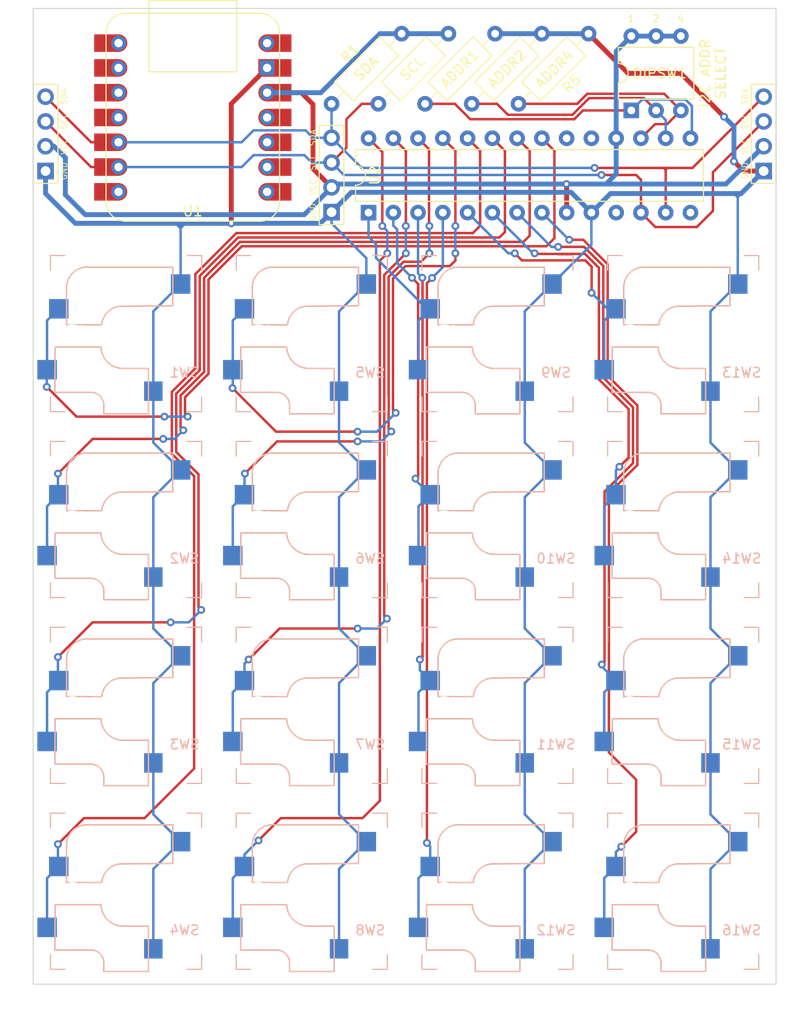
<source format=kicad_pcb>
(kicad_pcb (version 20211014) (generator pcbnew)
  (layers (0 "F.Cu" signal) (31 "B.Cu" signal) (34 "B.Paste" user) (35 "F.Paste" user) (36 "B.SilkS" user "B.Silkscreen") (37 "F.SilkS" user "F.Silkscreen") (38 "B.Mask" user) (39 "F.Mask" user) (44 "Edge.Cuts" user))
  (net 0 "")
  (net 1 "Net-(DIPSW1-Pad1)")
  (net 2 "Net-(DIPSW1-Pad2)")
  (net 3 "Net-(DIPSW1-Pad3)")
  (net 4 "+3V3")
  (net 5 "GND")
  (net 6 "SCL")
  (net 7 "SDA")
  (net 8 "SW1")
  (net 9 "SW2")
  (net 10 "SW3")
  (net 11 "SW4")
  (net 12 "SW5")
  (net 13 "SW6")
  (net 14 "SW7")
  (net 15 "SW8")
  (net 16 "SW9")
  (net 17 "SW10")
  (net 18 "SW11")
  (net 19 "SW12")
  (net 20 "SW13")
  (net 21 "SW14")
  (net 22 "SW15")
  (net 23 "SW16")
  (footprint "1m38_kbd:CherryMX_MidHeight_Choc_Hotswap_mod" (layer "F.Cu") (at 114.3 76.2)
    (fp_text reference "SW13")
    (fp_text value "SW_Push")
  )
  (footprint "Resistor_THT:R_Axial_DIN0207_L6.3mm_D2.5mm_P10.16mm_Horizontal" (layer "F.Cu") (at 97.407895 52.650205 45)
    (fp_text reference "R5")
    (fp_text value "ADDR4")
  )
  (footprint "foostan_kbd:M2_HOLE_v2" (layer "F.Cu") (at 104.775 123.825)
    (fp_text reference "H4" hide)
    (fp_text value "MountingHole" hide)
  )
  (footprint "1m38_kbd:CherryMX_MidHeight_Choc_Hotswap_mod" (layer "F.Cu") (at 57.15 76.2)
    (fp_text reference "SW1")
    (fp_text value "SW_Push")
  )
  (footprint "1m38_kbd:PinHeader_P2.54mm_I2C" (layer "F.Cu") (at 122.555 55.73)
    (fp_text reference "J2" hide)
    (fp_text value "Conn_01x04")
  )
  (footprint "Resistor_THT:R_Axial_DIN0207_L6.3mm_D2.5mm_P10.16mm_Horizontal" (layer "F.Cu") (at 92.61487 52.650205 45)
    (fp_text reference "R4" hide)
    (fp_text value "ADDR2")
  )
  (footprint "1m38_kbd:PinHeader_P2.54mm_I2C" (layer "F.Cu") (at 48.895 55.73)
    (fp_text reference "J1" hide)
    (fp_text value "Conn_01x04")
  )
  (footprint "1m38_kbd:CherryMX_MidHeight_Choc_Hotswap_mod" (layer "F.Cu") (at 95.25 76.2)
    (fp_text reference "SW9")
    (fp_text value "SW_Push")
  )
  (footprint "Package_DIP:DIP-6_W7.62mm" (layer "F.Cu") (at 108.981 53.33 90)
    (fp_text reference "DIPSW1" hide)
    (fp_text value "SW_DIP_x03")
  )
  (footprint "Package_DIP:DIP-28_W7.62mm" (layer "F.Cu") (at 82.025 63.8 90)
    (fp_text reference "U2")
    (fp_text value "MCP23017_SP")
  )
  (footprint "1m38_kbd:CherryMX_MidHeight_Choc_Hotswap_mod" (layer "F.Cu") (at 114.3 114.3)
    (fp_text reference "SW15")
    (fp_text value "SW_Push")
  )
  (footprint "1m38_kbd:CherryMX_MidHeight_Choc_Hotswap_mod" (layer "F.Cu") (at 95.25 95.25)
    (fp_text reference "SW10")
    (fp_text value "SW_Push")
  )
  (footprint "1m38_kbd:CherryMX_MidHeight_Choc_Hotswap_mod" (layer "F.Cu") (at 95.25 133.35)
    (fp_text reference "SW12")
    (fp_text value "SW_Push")
  )
  (footprint "1m38_kbd:CherryMX_MidHeight_Choc_Hotswap_mod" (layer "F.Cu") (at 76.2 133.35)
    (fp_text reference "SW8")
    (fp_text value "SW_Push")
  )
  (footprint "1m38_kbd:CherryMX_MidHeight_Choc_Hotswap_mod" (layer "F.Cu") (at 76.2 76.2)
    (fp_text reference "SW5")
    (fp_text value "SW_Push")
  )
  (footprint "foostan_kbd:M2_HOLE_v2" (layer "F.Cu") (at 104.775 85.725)
    (fp_text reference "H3" hide)
    (fp_text value "MountingHole" hide)
  )
  (footprint "1m38_kbd:M2_ScrewHole" (layer "F.Cu") (at 120.825 45.875)
    (fp_text reference "H6" hide)
    (fp_text value "MountingHole")
  )
  (footprint "foostan_kbd:M2_HOLE_v2" (layer "F.Cu") (at 66.675 123.825)
    (fp_text reference "H2" hide)
    (fp_text value "MountingHole" hide)
  )
  (footprint "foostan_kbd:M2_HOLE_v2" (layer "F.Cu") (at 66.675 85.725)
    (fp_text reference "H1" hide)
    (fp_text value "MountingHole" hide)
  )
  (footprint "1m38_kbd:CherryMX_MidHeight_Choc_Hotswap_mod" (layer "F.Cu") (at 95.25 114.3)
    (fp_text reference "SW11")
    (fp_text value "SW_Push")
  )
  (footprint "1m38_kbd:PinHeader_P2.54mm_I2C" (layer "F.Cu") (at 78.232 59.944)
    (fp_text reference "J3" hide)
    (fp_text value "Conn_01x04")
  )
  (footprint "1m38_kbd:CherryMX_MidHeight_Choc_Hotswap_mod" (layer "F.Cu") (at 57.15 114.3)
    (fp_text reference "SW3")
    (fp_text value "SW_Push")
  )
  (footprint "1m38_kbd:CherryMX_MidHeight_Choc_Hotswap_mod" (layer "F.Cu") (at 57.15 95.25)
    (fp_text reference "SW2")
    (fp_text value "SW_Push")
  )
  (footprint "Resistor_THT:R_Axial_DIN0207_L6.3mm_D2.5mm_P10.16mm_Horizontal" (layer "F.Cu") (at 90.213025 45.466 -135)
    (fp_text reference "R2" hide)
    (fp_text value "SCL")
  )
  (footprint "Resistor_THT:R_Axial_DIN0207_L6.3mm_D2.5mm_P10.16mm_Horizontal" (layer "F.Cu") (at 85.42 45.466 -135)
    (fp_text reference "R1")
    (fp_text value "SDA")
  )
  (footprint "1m38_kbd:CherryMX_MidHeight_Choc_Hotswap_mod" (layer "F.Cu") (at 57.15 133.35)
    (fp_text reference "SW4")
    (fp_text value "SW_Push")
  )
  (footprint "Resistor_THT:R_Axial_DIN0207_L6.3mm_D2.5mm_P10.16mm_Horizontal" (layer "F.Cu") (at 87.821845 52.650205 45)
    (fp_text reference "R3" hide)
    (fp_text value "ADDR1")
  )
  (footprint "1m38_kbd:CherryMX_MidHeight_Choc_Hotswap_mod" (layer "F.Cu") (at 76.2 95.25)
    (fp_text reference "SW6")
    (fp_text value "SW_Push")
  )
  (footprint "1m38_kbd:CherryMX_MidHeight_Choc_Hotswap_mod" (layer "F.Cu") (at 76.2 114.3)
    (fp_text reference "SW7")
    (fp_text value "SW_Push")
  )
  (footprint "1m38_kbd:CherryMX_MidHeight_Choc_Hotswap_mod" (layer "F.Cu") (at 114.3 133.35)
    (fp_text reference "SW16")
    (fp_text value "SW_Push")
  )
  (footprint "1m38_kbd:M2_ScrewHole" (layer "F.Cu") (at 50.625 45.875)
    (fp_text reference "H5" hide)
    (fp_text value "MountingHole")
  )
  (footprint "1m38_kbd:Seeed XIAO RP2040" (layer "F.Cu") (at 64 64.672)
    (fp_text reference "U1")
    (fp_text value "Seeeduino_Xiao")
  )
  (footprint "1m38_kbd:CherryMX_MidHeight_Choc_Hotswap_mod" (layer "F.Cu") (at 114.3 95.25)
    (fp_text reference "SW14")
    (fp_text value "SW_Push")
  )
  (gr_rect (start 47.625 142.875) (end 123.825 42.875) (layer "Edge.Cuts") (width 0.1) (fill none))
  (gr_text "2" (at 111.506 43.942) (layer "F.SilkS") (effects (font (size 0.75 0.75) (thickness 0.1))))
  (gr_text "4" (at 114.046 43.942) (layer "F.SilkS") (effects (font (size 0.75 0.75) (thickness 0.1))))
  (gr_text "I2C ADDR\nSELECT" (at 117.348 49.53 90) (layer "F.SilkS") (effects (font (size 1 1))))
  (gr_text "1" (at 108.966 43.942) (layer "F.SilkS") (effects (font (size 0.75 0.75) (thickness 0.1))))
  (segment (start 103.124718 54.229) (end 104.023718 53.33) (width 0.25) (layer "F.Cu") (net 1))
  (segment (start 87.821845 52.650205) (end 90.877205 52.650205) (width 0.25) (layer "F.Cu") (net 1))
  (segment (start 92.456 54.229) (end 103.124718 54.229) (width 0.25) (layer "F.Cu") (net 1))
  (segment (start 104.023718 53.33) (end 108.981 53.33) (width 0.25) (layer "F.Cu") (net 1))
  (segment (start 90.877205 52.650205) (end 92.456 54.229) (width 0.25) (layer "F.Cu") (net 1))
  (segment (start 115.189 52.8677) (end 115.189 56.036) (width 0.25) (layer "B.Cu") (net 1))
  (segment (start 108.981 53.33) (end 110.105511 52.205489) (width 0.25) (layer "B.Cu") (net 1))
  (segment (start 115.189 56.036) (end 115.045 56.18) (width 0.25) (layer "B.Cu") (net 1))
  (segment (start 110.105511 52.205489) (end 114.526789 52.205489) (width 0.25) (layer "B.Cu") (net 1))
  (segment (start 114.526789 52.205489) (end 115.189 52.8677) (width 0.25) (layer "B.Cu") (net 1))
  (segment (start 96.319716 53.774716) (end 95.195205 52.650205) (width 0.25) (layer "F.Cu") (net 2))
  (segment (start 110.261 52.07) (end 104.648 52.07) (width 0.25) (layer "F.Cu") (net 2))
  (segment (start 102.943284 53.774716) (end 96.319716 53.774716) (width 0.25) (layer "F.Cu") (net 2))
  (segment (start 104.648 52.07) (end 102.943284 53.774716) (width 0.25) (layer "F.Cu") (net 2))
  (segment (start 95.195205 52.650205) (end 92.61487 52.650205) (width 0.25) (layer "F.Cu") (net 2))
  (segment (start 111.521 53.33) (end 110.261 52.07) (width 0.25) (layer "F.Cu") (net 2))
  (segment (start 112.505 54.314) (end 112.505 56.18) (width 0.25) (layer "B.Cu") (net 2))
  (segment (start 111.521 53.33) (end 112.505 54.314) (width 0.25) (layer "B.Cu") (net 2))
  (segment (start 97.407895 52.650205) (end 103.432077 52.650205) (width 0.25) (layer "F.Cu") (net 3))
  (segment (start 104.461803 51.62048) (end 112.35148 51.62048) (width 0.25) (layer "F.Cu") (net 3))
  (segment (start 112.35148 51.62048) (end 114.061 53.33) (width 0.25) (layer "F.Cu") (net 3))
  (segment (start 112.654 54.737) (end 111.408 54.737) (width 0.25) (layer "F.Cu") (net 3))
  (segment (start 103.432077 52.650205) (end 104.461803 51.62048) (width 0.25) (layer "F.Cu") (net 3))
  (segment (start 111.408 54.737) (end 109.965 56.18) (width 0.25) (layer "F.Cu") (net 3))
  (segment (start 114.061 53.33) (end 112.654 54.737) (width 0.25) (layer "F.Cu") (net 3))
  (segment (start 76.327 59.309) (end 78.232 61.214) (width 0.5) (layer "F.Cu") (net 4))
  (segment (start 76.327 52.705) (end 76.327 59.309) (width 0.5) (layer "F.Cu") (net 4))
  (segment (start 102.345 60.895) (end 102.3225 60.8725) (width 0.5) (layer "F.Cu") (net 4))
  (segment (start 72.87 51.512) (end 75.134 51.512) (width 0.5) (layer "F.Cu") (net 4))
  (segment (start 75.134 51.512) (end 76.327 52.705) (width 0.5) (layer "F.Cu") (net 4))
  (segment (start 102.345 63.8) (end 102.345 60.895) (width 0.5) (layer "F.Cu") (net 4))
  (via (at 102.3225 60.8725) (size 0.8) (drill 0.4) (layers "F.Cu" "B.Cu") (net 4))
  (segment (start 49.761 57) (end 50.927 58.166) (width 0.5) (layer "B.Cu") (net 4))
  (segment (start 71.62 51.512) (end 77.139 51.512) (width 0.5) (layer "B.Cu") (net 4))
  (segment (start 106.3865 60.8725) (end 118.6825 60.8725) (width 0.5) (layer "B.Cu") (net 4))
  (segment (start 118.6825 60.8725) (end 122.555 57) (width 0.5) (layer "B.Cu") (net 4))
  (segment (start 52.959 64.008) (end 75.438 64.008) (width 0.5) (layer "B.Cu") (net 4))
  (segment (start 107.425 56.18) (end 107.425 47.266) (width 0.5) (layer "B.Cu") (net 4))
  (segment (start 101.219 60.8725) (end 102.3225 60.8725) (width 0.5) (layer "B.Cu") (net 4))
  (segment (start 83.185 45.466) (end 77.47 51.181) (width 0.5) (layer "B.Cu") (net 4))
  (segment (start 102.3225 60.8725) (end 106.3865 60.8725) (width 0.5) (layer "B.Cu") (net 4))
  (segment (start 85.42 45.466) (end 90.213025 45.466) (width 0.5) (layer "B.Cu") (net 4))
  (segment (start 107.425 47.266) (end 108.981 45.71) (width 0.5) (layer "B.Cu") (net 4))
  (segment (start 50.927 58.166) (end 50.927 61.976) (width 0.5) (layer "B.Cu") (net 4))
  (segment (start 107.425 59.834) (end 106.9975 60.2615) (width 0.5) (layer "B.Cu") (net 4))
  (segment (start 78.5735 60.8725) (end 101.219 60.8725) (width 0.5) (layer "B.Cu") (net 4))
  (segment (start 78.232 61.214) (end 78.5735 60.8725) (width 0.5) (layer "B.Cu") (net 4))
  (segment (start 48.895 57) (end 49.761 57) (width 0.5) (layer "B.Cu") (net 4))
  (segment (start 107.425 56.18) (end 107.425 59.834) (width 0.5) (layer "B.Cu") (net 4))
  (segment (start 85.42 45.466) (end 83.185 45.466) (width 0.5) (layer "B.Cu") (net 4))
  (segment (start 106.3865 60.8725) (end 106.9975 60.2615) (width 0.5) (layer "B.Cu") (net 4))
  (segment (start 77.139 51.512) (end 77.47 51.181) (width 0.5) (layer "B.Cu") (net 4))
  (segment (start 111.521 45.71) (end 114.061 45.71) (width 0.5) (layer "B.Cu") (net 4))
  (segment (start 50.927 61.976) (end 52.959 64.008) (width 0.5) (layer "B.Cu") (net 4))
  (segment (start 108.981 45.71) (end 111.521 45.71) (width 0.5) (layer "B.Cu") (net 4))
  (segment (start 75.438 64.008) (end 78.232 61.214) (width 0.5) (layer "B.Cu") (net 4))
  (segment (start 67.945 52.647) (end 67.945 64.897) (width 0.5) (layer "F.Cu") (net 5))
  (segment (start 120.5 59.54) (end 122.555 59.54) (width 0.5) (layer "F.Cu") (net 5))
  (segment (start 119.507 58.547) (end 120.5 59.54) (width 0.5) (layer "F.Cu") (net 5))
  (segment (start 71.62 48.972) (end 67.945 52.647) (width 0.5) (layer "F.Cu") (net 5))
  (segment (start 112.545 49.53) (end 114.046 49.53) (width 0.5) (layer "F.Cu") (net 5))
  (segment (start 114.046 49.53) (end 118.491 53.975) (width 0.5) (layer "F.Cu") (net 5))
  (segment (start 108.6561 49.53) (end 112.545 49.53) (width 0.5) (layer "F.Cu") (net 5))
  (segment (start 104.5921 45.466) (end 108.6561 49.53) (width 0.5) (layer "F.Cu") (net 5))
  (via (at 67.945 64.897) (size 0.8) (drill 0.4) (layers "F.Cu" "B.Cu") (net 5))
  (via (at 119.507 58.547) (size 0.8) (drill 0.4) (layers "F.Cu" "B.Cu") (net 5))
  (via (at 118.491 53.975) (size 0.8) (drill 0.4) (layers "F.Cu" "B.Cu") (net 5))
  (segment (start 62.75 71.12) (end 62.75 65.417) (width 0.25) (layer "B.Cu") (net 5))
  (segment (start 119.888 61.849) (end 120.246 61.849) (width 0.5) (layer "B.Cu") (net 5))
  (segment (start 98.05 112.02) (end 100.85 109.22) (width 0.25) (layer "B.Cu") (net 5))
  (segment (start 59.95 120.2) (end 59.95 112.02) (width 0.25) (layer "B.Cu") (net 5))
  (segment (start 59.95 82.1) (end 59.95 87.37) (width 0.25) (layer "B.Cu") (net 5))
  (segment (start 98.05 82.1) (end 98.05 73.92) (width 0.25) (layer "B.Cu") (net 5))
  (segment (start 98.05 82.1) (end 98.05 87.37) (width 0.25) (layer "B.Cu") (net 5))
  (segment (start 104.885 67.085) (end 104.885 63.8) (width 0.25) (layer "B.Cu") (net 5))
  (segment (start 78.232 64.897) (end 78.232 63.754) (width 0.25) (layer "B.Cu") (net 5))
  (segment (start 67.945 64.897) (end 77.089 64.897) (width 0.5) (layer "B.Cu") (net 5))
  (segment (start 119.9 62.242) (end 119.9 62.195) (width 0.25) (layer "B.Cu") (net 5))
  (segment (start 98.05 120.2) (end 98.05 112.02) (width 0.25) (layer "B.Cu") (net 5))
  (segment (start 59.95 92.97) (end 62.75 90.17) (width 0.25) (layer "B.Cu") (net 5))
  (segment (start 95.00605 45.466) (end 99.799075 45.466) (width 0.5) (layer "B.Cu") (net 5))
  (segment (start 79 82.1) (end 79 73.92) (width 0.25) (layer "B.Cu") (net 5))
  (segment (start 119.9 90.17) (end 117.1 87.37) (width 0.25) (layer "B.Cu") (net 5))
  (segment (start 99.799075 45.466) (end 104.5921 45.466) (width 0.5) (layer "B.Cu") (net 5))
  (segment (start 117.1 101.15) (end 117.1 92.97) (width 0.25) (layer "B.Cu") (net 5))
  (segment (start 59.95 125.47) (end 62.75 128.27) (width 0.25) (layer "B.Cu") (net 5))
  (segment (start 79 101.15) (end 79 106.42) (width 0.25) (layer "B.Cu") (net 5))
  (segment (start 59.95 120.2) (end 59.95 125.47) (width 0.25) (layer "B.Cu") (net 5))
  (segment (start 119.9 62.242) (end 119.9 61.861) (width 0.25) (layer "B.Cu") (net 5))
  (segment (start 118.491 53.975) (end 119.507 54.991) (width 0.5) (layer "B.Cu") (net 5))
  (segment (start 98.05 101.15) (end 98.05 92.97) (width 0.25) (layer "B.Cu") (net 5))
  (segment (start 62.865 64.897) (end 63.246 64.897) (width 0.5) (layer "B.Cu") (net 5))
  (segment (start 117.1 112.02) (end 119.9 109.22) (width 0.25) (layer "B.Cu") (net 5))
  (segment (start 62.75 65.417) (end 62.23 64.897) (width 0.25) (layer "B.Cu") (net 5))
  (segment (start 102.807 61.722) (end 104.885 63.8) (width 0.5) (layer "B.Cu") (net 5))
  (segment (start 62.75 65.417) (end 62.75 65.393) (width 0.25) (layer "B.Cu") (net 5))
  (segment (start 48.895 59.54) (end 48.895 61.849) (width 0.5) (layer "B.Cu") (net 5))
  (segment (start 100.85 71.12) (end 104.885 67.085) (width 0.25) (layer "B.Cu") (net 5))
  (segment (start 98.05 101.15) (end 98.05 106.42) (width 0.25) (layer "B.Cu") (net 5))
  (segment (start 59.95 106.42) (end 62.75 109.22) (width 0.25) (layer "B.Cu") (net 5))
  (segment (start 79 112.02) (end 81.8 109.22) (width 0.25) (layer "B.Cu") (net 5))
  (segment (start 98.05 139.25) (end 98.05 131.07) (width 0.25) (layer "B.Cu") (net 5))
  (segment (start 79 101.15) (end 79 92.97) (width 0.25) (layer "B.Cu") (net 5))
  (segment (start 59.95 112.02) (end 62.75 109.22) (width 0.25) (layer "B.Cu") (net 5))
  (segment (start 117.1 87.37) (end 117.1 82.1) (width 0.25) (layer "B.Cu") (net 5))
  (segment (start 79 87.37) (end 81.8 90.17) (width 0.25) (layer "B.Cu") (net 5))
  (segment (start 117.1 92.97) (end 119.9 90.17) (width 0.25) (layer "B.Cu") (net 5))
  (segment (start 59.95 139.25) (end 59.95 131.07) (width 0.25) (layer "B.Cu") (net 5))
  (segment (start 59.95 131.07) (end 62.75 128.27) (width 0.25) (layer "B.Cu") (net 5))
  (segment (start 79 120.2) (end 79 125.47) (width 0.25) (layer "B.Cu") (net 5))
  (segment (start 62.23 64.897) (end 62.865 64.897) (width 0.5) (layer "B.Cu") (net 5))
  (segment (start 79 139.25) (end 79 131.07) (width 0.25) (layer "B.Cu") (net 5))
  (segment (start 79 92.97) (end 81.8 90.17) (width 0.25) (layer "B.Cu") (net 5))
  (segment (start 117.1 73.92) (end 119.9 71.12) (width 0.25) (layer "B.Cu") (net 5))
  (segment (start 98.05 125.47) (end 100.85 128.27) (width 0.25) (layer "B.Cu") (net 5))
  (segment (start 81.8 71.12) (end 81.8 68.465) (width 0.25) (layer "B.Cu") (net 5))
  (segment (start 119.9 109.22) (end 117.1 106.42) (width 0.25) (layer "B.Cu") (net 5))
  (segment (start 98.05 131.07) (end 100.85 128.27) (width 0.25) (layer "B.Cu") (net 5))
  (segment (start 106.836 61.849) (end 119.507 61.849) (width 0.5) (layer "B.Cu") (net 5))
  (segment (start 119.9 71.12) (end 119.9 62.242) (width 0.25) (layer "B.Cu") (net 5))
  (segment (start 79 131.07) (end 81.8 128.27) (width 0.25) (layer "B.Cu") (net 5))
  (segment (start 80.264 61.722) (end 102.807 61.722) (width 0.5) (layer "B.Cu") (net 5))
  (segment (start 51.943 64.897) (end 62.23 64.897) (width 0.5) (layer "B.Cu") (net 5))
  (segment (start 119.507 54.991) (end 119.507 58.547) (width 0.5) (layer "B.Cu") (net 5))
  (segment (start 98.05 73.92) (end 100.85 71.12) (width 0.25) (layer "B.Cu") (net 5))
  (segment (start 79 120.2) (end 79 112.02) (width 0.25) (layer "B.Cu") (net 5))
  (segment (start 59.95 101.15) (end 59.95 92.97) (width 0.25) (layer "B.Cu") (net 5))
  (segment (start 120.246 61.849) (end 122.555 59.54) (width 0.5) (layer "B.Cu") (net 5))
  (segment (start 59.95 82.1) (end 59.95 73.92) (width 0.25) (layer "B.Cu") (net 5))
  (segment (start 117.1 131.07) (end 119.9 128.27) (width 0.25) (layer "B.Cu") (net 5))
  (segment (start 98.05 92.97) (end 100.85 90.17) (width 0.25) (layer "B.Cu") (net 5))
  (segment (start 117.1 139.25) (end 117.1 131.07) (width 0.25) (layer "B.Cu") (net 5))
  (segment (start 98.05 87.37) (end 100.85 90.17) (width 0.25) (layer "B.Cu") (net 5))
  (segment (start 79 106.42) (end 81.8 109.22) (width 0.25) (layer "B.Cu") (net 5))
  (segment (start 98.05 120.2) (end 98.05 125.47) (width 0.25) (layer "B.Cu") (net 5))
  (segment (start 62.75 65.417) (end 62.75 65.012) (width 0.25) (layer "B.Cu") (net 5))
  (segment (start 50.3555 63.3095) (end 51.943 64.897) (width 0.5) (layer "B.Cu") (net 5))
  (segment (start 77.089 64.897) (end 78.232 63.754) (width 0.5) (layer "B.Cu") (net 5))
  (segment (start 119.507 61.849) (end 119.888 61.849) (width 0.5) (layer "B.Cu") (net 5))
  (segment (start 63.246 64.897) (end 67.945 64.897) (width 0.5) (layer "B.Cu") (net 5))
  (segment (start 79 125.47) (end 81.8 128.27) (width 0.25) (layer "B.Cu") (net 5))
  (segment (start 117.1 82.1) (end 117.1 73.92) (width 0.25) (layer "B.Cu") (net 5))
  (segment (start 59.95 101.15) (end 59.95 106.42) (width 0.25) (layer "B.Cu") (net 5))
  (segment (start 117.1 120.2) (end 117.1 112.02) (width 0.25) (layer "B.Cu") (net 5))
  (segment (start 119.9 62.195) (end 120.246 61.849) (width 0.25) (layer "B.Cu") (net 5))
  (segment (start 117.1 106.42) (end 117.1 101.15) (width 0.25) (layer "B.Cu") (net 5))
  (segment (start 98.05 106.42) (end 100.85 109.22) (width 0.25) (layer "B.Cu") (net 5))
  (segment (start 117.1 120.2) (end 117.1 125.47) (width 0.25) (layer "B.Cu") (net 5))
  (segment (start 117.1 125.47) (end 119.9 128.27) (width 0.25) (layer "B.Cu") (net 5))
  (segment (start 59.95 87.37) (end 62.75 90.17) (width 0.25) (layer "B.Cu") (net 5))
  (segment (start 119.9 62.242) (end 119.507 61.849) (width 0.25) (layer "B.Cu") (net 5))
  (segment (start 62.75 65.393) (end 63.246 64.897) (width 0.25) (layer "B.Cu") (net 5))
  (segment (start 48.895 61.849) (end 50.3555 63.3095) (width 0.5) (layer "B.Cu") (net 5))
  (segment (start 119.9 61.861) (end 119.888 61.849) (width 0.25) (layer "B.Cu") (net 5))
  (segment (start 81.8 68.465) (end 78.232 64.897) (width 0.25) (layer "B.Cu") (net 5))
  (segment (start 62.75 65.012) (end 62.865 64.897) (width 0.25) (layer "B.Cu") (net 5))
  (segment (start 59.95 73.92) (end 62.75 71.12) (width 0.25) (layer "B.Cu") (net 5))
  (segment (start 79 73.92) (end 81.8 71.12) (width 0.25) (layer "B.Cu") (net 5))
  (segment (start 104.885 63.8) (end 106.836 61.849) (width 0.5) (layer "B.Cu") (net 5))
  (segment (start 78.232 63.754) (end 80.264 61.722) (width 0.5) (layer "B.Cu") (net 5))
  (segment (start 79 82.1) (end 79 87.37) (width 0.25) (layer "B.Cu") (net 5))
  (segment (start 122.555 54.46) (end 117.348 59.667) (width 0.25) (layer "F.Cu") (net 6))
  (segment (start 53.567 59.132) (end 48.895 54.46) (width 0.25) (layer "F.Cu") (net 6))
  (segment (start 115.697 65.278) (end 111.443 65.278) (width 0.25) (layer "F.Cu") (net 6))
  (segment (start 117.348 59.667) (end 117.348 63.627) (width 0.25) (layer "F.Cu") (net 6))
  (segment (start 79.756 54.229) (end 81.334795 52.650205) (width 0.25) (layer "F.Cu") (net 6))
  (segment (start 109.965 60.435) (end 109.474 59.944) (width 0.25) (layer "F.Cu") (net 6))
  (segment (start 79.756 57.15) (end 79.756 54.229) (width 0.25) (layer "F.Cu") (net 6))
  (segment (start 109.965 63.8) (end 109.965 60.435) (width 0.25) (layer "F.Cu") (net 6))
  (segment (start 81.334795 52.650205) (end 83.02882 52.650205) (width 0.25) (layer "F.Cu") (net 6))
  (segment (start 111.443 65.278) (end 109.965 63.8) (width 0.25) (layer "F.Cu") (net 6))
  (segment (start 109.474 59.944) (end 105.918 59.944) (width 0.25) (layer "F.Cu") (net 6))
  (segment (start 78.232 58.674) (end 79.756 57.15) (width 0.25) (layer "F.Cu") (net 6))
  (segment (start 55.13 59.132) (end 53.567 59.132) (width 0.25) (layer "F.Cu") (net 6))
  (segment (start 117.348 63.627) (end 115.697 65.278) (width 0.25) (layer "F.Cu") (net 6))
  (via (at 105.918 59.944) (size 0.8) (drill 0.4) (layers "F.Cu" "B.Cu") (net 6))
  (segment (start 69.011 59.132) (end 70.231 57.912) (width 0.25) (layer "B.Cu") (net 6))
  (segment (start 76.2 58.674) (end 78.232 58.674) (width 0.25) (layer "B.Cu") (net 6))
  (segment (start 70.231 57.912) (end 75.438 57.912) (width 0.25) (layer "B.Cu") (net 6))
  (segment (start 75.438 57.912) (end 76.2 58.674) (width 0.25) (layer "B.Cu") (net 6))
  (segment (start 56.38 59.132) (end 69.011 59.132) (width 0.25) (layer "B.Cu") (net 6))
  (segment (start 105.918 59.944) (end 79.502 59.944) (width 0.25) (layer "B.Cu") (net 6))
  (segment (start 79.502 59.944) (end 78.232 58.674) (width 0.25) (layer "B.Cu") (net 6))
  (segment (start 112.505 59.419) (end 112.3055 59.2195) (width 0.25) (layer "F.Cu") (net 7))
  (segment (start 112.505 59.401) (end 112.6865 59.2195) (width 0.25) (layer "F.Cu") (net 7))
  (segment (start 112.505 63.8) (end 112.505 59.673) (width 0.25) (layer "F.Cu") (net 7))
  (segment (start 112.3055 59.2195) (end 112.6865 59.2195) (width 0.25) (layer "F.Cu") (net 7))
  (segment (start 53.567 56.592) (end 51.9545 54.9795) (width 0.25) (layer "F.Cu") (net 7))
  (segment (start 112.505 59.673) (end 112.505 59.401) (width 0.25) (layer "F.Cu") (net 7))
  (segment (start 122.555 51.92) (end 116.0665 58.4085) (width 0.25) (layer "F.Cu") (net 7))
  (segment (start 112.6865 59.2195) (end 115.2555 59.2195) (width 0.25) (layer "F.Cu") (net 7))
  (segment (start 51.9545 54.9795) (end 48.895 51.92) (width 0.25) (layer "F.Cu") (net 7))
  (segment (start 115.2555 59.2195) (end 116.0665 58.4085) (width 0.25) (layer "F.Cu") (net 7))
  (segment (start 112.505 59.673) (end 112.505 59.419) (width 0.25) (layer "F.Cu") (net 7))
  (segment (start 109.8925 59.2195) (end 105.211245 59.2195) (width 0.25) (layer "F.Cu") (net 7))
  (segment (start 109.8925 59.2195) (end 112.3055 59.2195) (width 0.25) (layer "F.Cu") (net 7))
  (segment (start 55.13 56.592) (end 53.567 56.592) (width 0.25) (layer "F.Cu") (net 7))
  (via (at 105.211245 59.2195) (size 0.8) (drill 0.4) (layers "F.Cu" "B.Cu") (net 7))
  (segment (start 75.565 55.372) (end 76.327 56.134) (width 0.25) (layer "B.Cu") (net 7))
  (segment (start 69.011 56.592) (end 70.231 55.372) (width 0.25) (layer "B.Cu") (net 7))
  (segment (start 81.3175 59.2195) (end 78.232 56.134) (width 0.25) (layer "B.Cu") (net 7))
  (segment (start 78.232 56.134) (end 78.232 52.654) (width 0.25) (layer "B.Cu") (net 7))
  (segment (start 78.232 52.654) (end 78.235795 52.650205) (width 0.25) (layer "B.Cu") (net 7))
  (segment (start 76.327 56.134) (end 78.232 56.134) (width 0.25) (layer "B.Cu") (net 7))
  (segment (start 105.211245 59.2195) (end 81.3175 59.2195) (width 0.25) (layer "B.Cu") (net 7))
  (segment (start 70.231 55.372) (end 75.565 55.372) (width 0.25) (layer "B.Cu") (net 7))
  (segment (start 56.38 56.592) (end 69.011 56.592) (width 0.25) (layer "B.Cu") (net 7))
  (segment (start 99.805 56.18) (end 101.092 57.467) (width 0.25) (layer "F.Cu") (net 8))
  (segment (start 52.07 84.709) (end 61.087 84.709) (width 0.25) (layer "F.Cu") (net 8))
  (segment (start 51.054 83.693) (end 49.022 81.661) (width 0.25) (layer "F.Cu") (net 8))
  (segment (start 101.092 57.467) (end 101.092 66.421) (width 0.25) (layer "F.Cu") (net 8))
  (segment (start 63.19756 84.66056) (end 63.246 84.709) (width 0.25) (layer "F.Cu") (net 8))
  (segment (start 101.092 66.421) (end 100.265423 67.247577) (width 0.25) (layer "F.Cu") (net 8))
  (segment (start 65.61056 80.314591) (end 63.19756 82.727592) (width 0.25) (layer "F.Cu") (net 8))
  (segment (start 65.61056 70.662594) (end 65.61056 80.314591) (width 0.25) (layer "F.Cu") (net 8))
  (segment (start 100.265423 67.247577) (end 69.025577 67.247577) (width 0.25) (layer "F.Cu") (net 8))
  (segment (start 51.054 83.693) (end 52.07 84.709) (width 0.25) (layer "F.Cu") (net 8))
  (segment (start 63.19756 82.727592) (end 63.19756 84.66056) (width 0.25) (layer "F.Cu") (net 8))
  (segment (start 69.025577 67.247577) (end 65.61056 70.662594) (width 0.25) (layer "F.Cu") (net 8))
  (segment (start 63.246 84.709) (end 63.47254 84.709) (width 0.25) (layer "F.Cu") (net 8))
  (via (at 63.47254 84.709) (size 0.8) (drill 0.4) (layers "F.Cu" "B.Cu") (net 8))
  (via (at 49.022 81.661) (size 0.8) (drill 0.4) (layers "F.Cu" "B.Cu") (net 8))
  (via (at 61.087 84.709) (size 0.8) (drill 0.4) (layers "F.Cu" "B.Cu") (net 8))
  (segment (start 49.022 79.928) (end 49.05 79.9) (width 0.25) (layer "B.Cu") (net 8))
  (segment (start 49.022 81.661) (end 49.022 79.928) (width 0.25) (layer "B.Cu") (net 8))
  (segment (start 49.05 74.86) (end 50.25 73.66) (width 0.25) (layer "B.Cu") (net 8))
  (segment (start 61.087 84.709) (end 63.47254 84.709) (width 0.25) (layer "B.Cu") (net 8))
  (segment (start 49.05 79.9) (end 49.05 74.86) (width 0.25) (layer "B.Cu") (net 8))
  (segment (start 60.96 86.995) (end 53.721 86.995) (width 0.25) (layer "F.Cu") (net 9))
  (segment (start 62.74804 82.541396) (end 62.74804 85.83102) (width 0.25) (layer "F.Cu") (net 9))
  (segment (start 98.552 57.467) (end 98.552 66.167) (width 0.25) (layer "F.Cu") (net 9))
  (segment (start 68.839379 66.798057) (end 65.16104 70.476396) (width 0.25) (layer "F.Cu") (net 9))
  (segment (start 62.74804 85.83102) (end 63.02302 86.106) (width 0.25) (layer "F.Cu") (net 9))
  (segment (start 97.265 56.18) (end 98.552 57.467) (width 0.25) (layer "F.Cu") (net 9))
  (segment (start 65.16104 80.128394) (end 62.74804 82.541396) (width 0.25) (layer "F.Cu") (net 9))
  (segment (start 65.16104 70.476396) (end 65.16104 80.128394) (width 0.25) (layer "F.Cu") (net 9))
  (segment (start 98.552 66.167) (end 97.920943 66.798057) (width 0.25) (layer "F.Cu") (net 9))
  (segment (start 97.920943 66.798057) (end 68.839379 66.798057) (width 0.25) (layer "F.Cu") (net 9))
  (segment (start 53.721 86.995) (end 50.165 90.551) (width 0.25) (layer "F.Cu") (net 9))
  (via (at 50.165 90.551) (size 0.8) (drill 0.4) (layers "F.Cu" "B.Cu") (net 9))
  (via (at 60.96 86.995) (size 0.8) (drill 0.4) (layers "F.Cu" "B.Cu") (net 9))
  (via (at 63.02302 86.106) (size 0.8) (drill 0.4) (layers "F.Cu" "B.Cu") (net 9))
  (segment (start 50.165 92.625) (end 50.25 92.71) (width 0.25) (layer "B.Cu") (net 9))
  (segment (start 50.165 90.551) (end 50.165 92.625) (width 0.25) (layer "B.Cu") (net 9))
  (segment (start 62.13402 86.995) (end 60.96 86.995) (width 0.25) (layer "B.Cu") (net 9))
  (segment (start 49.05 93.91) (end 50.25 92.71) (width 0.25) (layer "B.Cu") (net 9))
  (segment (start 49.05 98.95) (end 49.05 93.91) (width 0.25) (layer "B.Cu") (net 9))
  (segment (start 63.02302 86.106) (end 62.13402 86.995) (width 0.25) (layer "B.Cu") (net 9))
  (segment (start 94.725 56.18) (end 96.012 57.467) (width 0.25) (layer "F.Cu") (net 10))
  (segment (start 62.29852 82.355198) (end 62.29852 88.332802) (width 0.25) (layer "F.Cu") (net 10))
  (segment (start 53.721 105.791) (end 50.165 109.347) (width 0.25) (layer "F.Cu") (net 10))
  (segment (start 62.29852 88.332802) (end 64.58452 90.618803) (width 0.25) (layer "F.Cu") (net 10))
  (segment (start 96.012 65.786) (end 95.449463 66.348537) (width 0.25) (layer "F.Cu") (net 10))
  (segment (start 64.71152 79.942197) (end 62.29852 82.355198) (width 0.25) (layer "F.Cu") (net 10))
  (segment (start 61.722 105.791) (end 53.721 105.791) (width 0.25) (layer "F.Cu") (net 10))
  (segment (start 96.012 57.467) (end 96.012 65.786) (width 0.25) (layer "F.Cu") (net 10))
  (segment (start 95.449463 66.348537) (end 68.653181 66.348537) (width 0.25) (layer "F.Cu") (net 10))
  (segment (start 64.58452 90.618803) (end 64.58452 104.24602) (width 0.25) (layer "F.Cu") (net 10))
  (segment (start 64.71152 70.290198) (end 64.71152 79.942197) (width 0.25) (layer "F.Cu") (net 10))
  (segment (start 64.58452 104.24602) (end 64.8595 104.521) (width 0.25) (layer "F.Cu") (net 10))
  (segment (start 68.653181 66.348537) (end 64.71152 70.290198) (width 0.25) (layer "F.Cu") (net 10))
  (via (at 61.722 105.791) (size 0.8) (drill 0.4) (layers "F.Cu" "B.Cu") (net 10))
  (via (at 64.8595 104.521) (size 0.8) (drill 0.4) (layers "F.Cu" "B.Cu") (net 10))
  (via (at 50.165 109.347) (size 0.8) (drill 0.4) (layers "F.Cu" "B.Cu") (net 10))
  (segment (start 50.165 109.347) (end 50.165 111.675) (width 0.25) (layer "B.Cu") (net 10))
  (segment (start 49.05 112.96) (end 50.25 111.76) (width 0.25) (layer "B.Cu") (net 10))
  (segment (start 49.05 118) (end 49.05 112.96) (width 0.25) (layer "B.Cu") (net 10))
  (segment (start 50.165 111.675) (end 50.25 111.76) (width 0.25) (layer "B.Cu") (net 10))
  (segment (start 64.8595 104.521) (end 63.5895 105.791) (width 0.25) (layer "B.Cu") (net 10))
  (segment (start 63.5895 105.791) (end 61.722 105.791) (width 0.25) (layer "B.Cu") (net 10))
  (segment (start 64.135 120.777) (end 59.055 125.857) (width 0.25) (layer "F.Cu") (net 11))
  (segment (start 92.185 56.18) (end 93.472 57.467) (width 0.25) (layer "F.Cu") (net 11))
  (segment (start 64.262 79.756) (end 61.849 82.169) (width 0.25) (layer "F.Cu") (net 11))
  (segment (start 59.055 125.857) (end 52.832 125.857) (width 0.25) (layer "F.Cu") (net 11))
  (segment (start 64.262 70.104) (end 64.262 79.756) (width 0.25) (layer "F.Cu") (net 11))
  (segment (start 61.849 88.519) (end 64.135 90.805) (width 0.25) (layer "F.Cu") (net 11))
  (segment (start 52.832 125.857) (end 50.165 128.524) (width 0.25) (layer "F.Cu") (net 11))
  (segment (start 93.472 65.151) (end 92.723983 65.899017) (width 0.25) (layer "F.Cu") (net 11))
  (segment (start 92.723983 65.899017) (end 68.466983 65.899017) (width 0.25) (layer "F.Cu") (net 11))
  (segment (start 64.135 90.805) (end 64.135 120.777) (width 0.25) (layer "F.Cu") (net 11))
  (segment (start 68.466983 65.899017) (end 64.262 70.104) (width 0.25) (layer "F.Cu") (net 11))
  (segment (start 61.849 82.169) (end 61.849 88.519) (width 0.25) (layer "F.Cu") (net 11))
  (segment (start 93.472 57.467) (end 93.472 65.151) (width 0.25) (layer "F.Cu") (net 11))
  (via (at 50.165 128.524) (size 0.8) (drill 0.4) (layers "F.Cu" "B.Cu") (net 11))
  (segment (start 49.05 132.01) (end 50.25 130.81) (width 0.25) (layer "B.Cu") (net 11))
  (segment (start 50.165 128.524) (end 50.165 130.725) (width 0.25) (layer "B.Cu") (net 11))
  (segment (start 50.165 130.725) (end 50.25 130.81) (width 0.25) (layer "B.Cu") (net 11))
  (segment (start 49.05 137.05) (end 49.05 132.01) (width 0.25) (layer "B.Cu") (net 11))
  (segment (start 90.932 64.262) (end 90.932 57.467) (width 0.25) (layer "F.Cu") (net 12))
  (segment (start 90.932 68.707) (end 90.932 67.972077) (width 0.25) (layer "F.Cu") (net 12))
  (segment (start 90.35548 69.28352) (end 90.932 68.707) (width 0.25) (layer "F.Cu") (net 12))
  (segment (start 84.80854 84.328) (end 84.53356 84.05302) (width 0.25) (layer "F.Cu") (net 12))
  (segment (start 68.072 81.788) (end 72.533497 86.249497) (width 0.25) (layer "F.Cu") (net 12))
  (segment (start 90.932 64.8075) (end 90.932 65.174517) (width 0.25) (layer "F.Cu") (net 12))
  (segment (start 90.932 57.467) (end 89.645 56.18) (width 0.25) (layer "F.Cu") (net 12))
  (segment (start 72.533497 86.249497) (end 80.899 86.249497) (width 0.25) (layer "F.Cu") (net 12))
  (segment (start 84.53356 84.05302) (end 84.53356 70.561953) (width 0.25) (layer "F.Cu") (net 12))
  (segment (start 84.53356 70.561953) (end 85.811993 69.28352) (width 0.25) (layer "F.Cu") (net 12))
  (segment (start 85.811993 69.28352) (end 90.35548 69.28352) (width 0.25) (layer "F.Cu") (net 12))
  (segment (start 90.932 64.262) (end 90.932 64.8075) (width 0.25) (layer "F.Cu") (net 12))
  (via (at 80.899 86.249497) (size 0.8) (drill 0.4) (layers "F.Cu" "B.Cu") (net 12))
  (via (at 90.932 65.174517) (size 0.8) (drill 0.4) (layers "F.Cu" "B.Cu") (net 12))
  (via (at 90.932 67.972077) (size 0.8) (drill 0.4) (layers "F.Cu" "B.Cu") (net 12))
  (via (at 68.072 81.788) (size 0.8) (drill 0.4) (layers "F.Cu" "B.Cu") (net 12))
  (via (at 84.80854 84.328) (size 0.8) (drill 0.4) (layers "F.Cu" "B.Cu") (net 12))
  (segment (start 68.1 79.9) (end 68.1 74.86) (width 0.25) (layer "B.Cu") (net 12))
  (segment (start 68.1 74.86) (end 69.3 73.66) (width 0.25) (layer "B.Cu") (net 12))
  (segment (start 90.932 65.174517) (end 90.932 67.972077) (width 0.25) (layer "B.Cu") (net 12))
  (segment (start 68.1 79.9) (end 68.1 81.76) (width 0.25) (layer "B.Cu") (net 12))
  (segment (start 68.1 81.76) (end 68.072 81.788) (width 0.25) (layer "B.Cu") (net 12))
  (segment (start 80.899 86.249497) (end 82.887043 86.249497) (width 0.25) (layer "B.Cu") (net 12))
  (segment (start 82.887043 86.249497) (end 84.80854 84.328) (width 0.25) (layer "B.Cu") (net 12))
  (segment (start 69.342 90.551) (end 72.644 87.249) (width 0.25) (layer "F.Cu") (net 13))
  (segment (start 88.229511 62.138489) (end 88.229511 57.304511) (width 0.25) (layer "F.Cu") (net 13))
  (segment (start 84.35902 86.233) (end 84.201 86.233) (width 0.25) (layer "F.Cu") (net 13))
  (segment (start 88.229511 62.138489) (end 88.229511 64.607511) (width 0.25) (layer "F.Cu") (net 13))
  (segment (start 84.328 86.233) (end 84.08404 85.98904) (width 0.25) (layer "F.Cu") (net 13))
  (segment (start 84.201 86.233) (end 84.08404 86.11604) (width 0.25) (layer "F.Cu") (net 13))
  (segment (start 72.644 87.249) (end 80.899 87.249) (width 0.25) (layer "F.Cu") (net 13))
  (segment (start 88.229511 64.607511) (end 88.229511 65.139028) (width 0.25) (layer "F.Cu") (net 13))
  (segment (start 85.625795 68.834) (end 87.403077 68.834) (width 0.25) (layer "F.Cu") (net 13))
  (segment (start 84.08404 85.98904) (end 84.08404 70.375755) (width 0.25) (layer "F.Cu") (net 13))
  (segment (start 88.229511 65.139028) (end 88.265 65.174517) (width 0.25) (layer "F.Cu") (net 13))
  (segment (start 87.403077 68.834) (end 88.265 67.972077) (width 0.25) (layer "F.Cu") (net 13))
  (segment (start 88.229511 57.304511) (end 87.105 56.18) (width 0.25) (layer "F.Cu") (net 13))
  (segment (start 84.35902 86.233) (end 84.328 86.233) (width 0.25) (layer "F.Cu") (net 13))
  (segment (start 84.08404 70.375755) (end 85.625795 68.834) (width 0.25) (layer "F.Cu") (net 13))
  (via (at 69.342 90.551) (size 0.8) (drill 0.4) (layers "F.Cu" "B.Cu") (net 13))
  (via (at 88.265 65.174517) (size 0.8) (drill 0.4) (layers "F.Cu" "B.Cu") (net 13))
  (via (at 80.899 87.249) (size 0.8) (drill 0.4) (layers "F.Cu" "B.Cu") (net 13))
  (via (at 84.35902 86.233) (size 0.8) (drill 0.4) (layers "F.Cu" "B.Cu") (net 13))
  (via (at 88.265 67.972077) (size 0.8) (drill 0.4) (layers "F.Cu" "B.Cu") (net 13))
  (segment (start 68.1 93.91) (end 69.3 92.71) (width 0.25) (layer "B.Cu") (net 13))
  (segment (start 69.3 90.593) (end 69.342 90.551) (width 0.25) (layer "B.Cu") (net 13))
  (segment (start 83.34302 87.249) (end 84.35902 86.233) (width 0.25) (layer "B.Cu") (net 13))
  (segment (start 69.3 92.71) (end 69.3 90.593) (width 0.25) (layer "B.Cu") (net 13))
  (segment (start 88.265 65.174517) (end 88.265 67.972077) (width 0.25) (layer "B.Cu") (net 13))
  (segment (start 68.1 98.95) (end 68.1 93.91) (width 0.25) (layer "B.Cu") (net 13))
  (segment (start 80.899 87.249) (end 83.34302 87.249) (width 0.25) (layer "B.Cu") (net 13))
  (segment (start 85.852 64.516) (end 85.852 57.467) (width 0.25) (layer "F.Cu") (net 14))
  (segment (start 72.898 106.426) (end 80.899 106.426) (width 0.25) (layer "F.Cu") (net 14))
  (segment (start 83.63452 70.189557) (end 85.852 67.972077) (width 0.25) (layer "F.Cu") (net 14))
  (segment (start 69.723 109.601) (end 72.898 106.426) (width 0.25) (layer "F.Cu") (net 14))
  (segment (start 85.852 64.516) (end 85.852 64.8075) (width 0.25) (layer "F.Cu") (net 14))
  (segment (start 83.9095 105.41) (end 83.63452 105.13502) (width 0.25) (layer "F.Cu") (net 14))
  (segment (start 85.852 64.8075) (end 85.852 65.174517) (width 0.25) (layer "F.Cu") (net 14))
  (segment (start 85.852 57.467) (end 84.565 56.18) (width 0.25) (layer "F.Cu") (net 14))
  (segment (start 83.63452 105.13502) (end 83.63452 70.189557) (width 0.25) (layer "F.Cu") (net 14))
  (via (at 85.852 65.174517) (size 0.8) (drill 0.4) (layers "F.Cu" "B.Cu") (net 14))
  (via (at 69.723 109.601) (size 0.8) (drill 0.4) (layers "F.Cu" "B.Cu") (net 14))
  (via (at 83.9095 105.41) (size 0.8) (drill 0.4) (layers "F.Cu" "B.Cu") (net 14))
  (via (at 85.852 67.972077) (size 0.8) (drill 0.4) (layers "F.Cu" "B.Cu") (net 14))
  (via (at 80.899 106.426) (size 0.8) (drill 0.4) (layers "F.Cu" "B.Cu") (net 14))
  (segment (start 68.1 118) (end 68.1 112.96) (width 0.25) (layer "B.Cu") (net 14))
  (segment (start 85.852 65.174517) (end 85.852 67.972077) (width 0.25) (layer "B.Cu") (net 14))
  (segment (start 82.8935 106.426) (end 83.9095 105.41) (width 0.25) (layer "B.Cu") (net 14))
  (segment (start 69.3 111.76) (end 69.3 110.024) (width 0.25) (layer "B.Cu") (net 14))
  (segment (start 68.1 112.96) (end 69.3 111.76) (width 0.25) (layer "B.Cu") (net 14))
  (segment (start 80.899 106.426) (end 82.8935 106.426) (width 0.25) (layer "B.Cu") (net 14))
  (segment (start 69.3 110.024) (end 69.723 109.601) (width 0.25) (layer "B.Cu") (net 14))
  (segment (start 73.025 125.857) (end 81.407 125.857) (width 0.25) (layer "F.Cu") (net 15))
  (segment (start 83.439 57.594) (end 83.439 64.8075) (width 0.25) (layer "F.Cu") (net 15))
  (segment (start 70.739 128.143) (end 73.025 125.857) (width 0.25) (layer "F.Cu") (net 15))
  (segment (start 83.149511 57.304511) (end 83.439 57.594) (width 0.25) (layer "F.Cu") (net 15))
  (segment (start 83.185 68.734077) (end 83.947 67.972077) (width 0.25) (layer "F.Cu") (net 15))
  (segment (start 83.439 64.8075) (end 83.439 65.174517) (width 0.25) (layer "F.Cu") (net 15))
  (segment (start 83.185 124.079) (end 83.185 68.734077) (width 0.25) (layer "F.Cu") (net 15))
  (segment (start 82.025 56.18) (end 83.149511 57.304511) (width 0.25) (layer "F.Cu") (net 15))
  (segment (start 81.407 125.857) (end 83.185 124.079) (width 0.25) (layer "F.Cu") (net 15))
  (via (at 83.439 65.174517) (size 0.8) (drill 0.4) (layers "F.Cu" "B.Cu") (net 15))
  (via (at 70.739 128.143) (size 0.8) (drill 0.4) (layers "F.Cu" "B.Cu") (net 15))
  (via (at 83.947 67.972077) (size 0.8) (drill 0.4) (layers "F.Cu" "B.Cu") (net 15))
  (segment (start 83.439 65.174517) (end 83.947 65.682517) (width 0.25) (layer "B.Cu") (net 15))
  (segment (start 68.1 132.01) (end 69.3 130.81) (width 0.25) (layer "B.Cu") (net 15))
  (segment (start 68.1 137.05) (end 68.1 132.01) (width 0.25) (layer "B.Cu") (net 15))
  (segment (start 83.947 65.682517) (end 83.947 67.972077) (width 0.25) (layer "B.Cu") (net 15))
  (segment (start 70.739 128.143) (end 69.3 129.582) (width 0.25) (layer "B.Cu") (net 15))
  (segment (start 69.3 129.582) (end 69.3 130.81) (width 0.25) (layer "B.Cu") (net 15))
  (segment (start 87.15 74.86) (end 88.35 73.66) (width 0.25) (layer "B.Cu") (net 16))
  (segment (start 82.025 66.277) (end 82.804 67.056) (width 0.25) (layer "B.Cu") (net 16))
  (segment (start 88.011 73.66) (end 88.35 73.66) (width 0.25) (layer "B.Cu") (net 16))
  (segment (start 87.657461 73.66) (end 88.35 73.66) (width 0.25) (layer "B.Cu") (net 16))
  (segment (start 87.15 79.9) (end 87.15 74.86) (width 0.25) (layer "B.Cu") (net 16))
  (segment (start 82.025 63.8) (end 82.025 66.277) (width 0.25) (layer "B.Cu") (net 16))
  (segment (start 82.804 67.056) (end 82.804 68.453) (width 0.25) (layer "B.Cu") (net 16))
  (segment (start 82.804 68.453) (end 88.011 73.66) (width 0.25) (layer "B.Cu") (net 16))
  (segment (start 87.11196 71.13004) (end 87.111961 72.125961) (width 0.25) (layer "F.Cu") (net 17))
  (segment (start 87.11196 90.78402) (end 86.83698 91.059) (width 0.25) (layer "F.Cu") (net 17))
  (segment (start 87.11196 89.789) (end 87.11196 90.78402) (width 0.25) (layer "F.Cu") (net 17))
  (segment (start 86.487 70.485) (end 87.111961 71.109961) (width 0.25) (layer "F.Cu") (net 17))
  (segment (start 87.11196 73.973197) (end 87.11196 89.789) (width 0.25) (layer "F.Cu") (net 17))
  (segment (start 87.111961 72.125961) (end 87.11196 73.973197) (width 0.25) (layer "F.Cu") (net 17))
  (segment (start 87.111961 71.109961) (end 87.111961 72.125961) (width 0.25) (layer "F.Cu") (net 17))
  (via (at 86.487 70.485) (size 0.8) (drill 0.4) (layers "F.Cu" "B.Cu") (net 17))
  (via (at 86.83698 91.059) (size 0.8) (drill 0.4) (layers "F.Cu" "B.Cu") (net 17))
  (segment (start 87.15 93.91) (end 88.35 92.71) (width 0.25) (layer "B.Cu") (net 17))
  (segment (start 84.963 65.532) (end 84.565 65.134) (width 0.25) (layer "B.Cu") (net 17))
  (segment (start 86.83698 91.19698) (end 88.35 92.71) (width 0.25) (layer "B.Cu") (net 17))
  (segment (start 84.963 68.961) (end 84.963 65.532) (width 0.25) (layer "B.Cu") (net 17))
  (segment (start 87.15 98.95) (end 87.15 93.91) (width 0.25) (layer "B.Cu") (net 17))
  (segment (start 86.83698 91.059) (end 86.83698 91.19698) (width 0.25) (layer "B.Cu") (net 17))
  (segment (start 84.565 65.134) (end 84.565 63.8) (width 0.25) (layer "B.Cu") (net 17))
  (segment (start 86.487 70.485) (end 84.963 68.961) (width 0.25) (layer "B.Cu") (net 17))
  (segment (start 87.538835 70.479779) (end 87.56148 70.502424) (width 0.25) (layer "F.Cu") (net 18))
  (segment (start 87.56148 70.502424) (end 87.56148 109.32602) (width 0.25) (layer "F.Cu") (net 18))
  (segment (start 87.56148 109.32602) (end 87.2865 109.601) (width 0.25) (layer "F.Cu") (net 18))
  (via (at 87.2865 109.601) (size 0.8) (drill 0.4) (layers "F.Cu" "B.Cu") (net 18))
  (via (at 87.538835 70.479779) (size 0.8) (drill 0.4) (layers "F.Cu" "B.Cu") (net 18))
  (segment (start 87.2865 109.601) (end 87.2865 110.6965) (width 0.25) (layer "B.Cu") (net 18))
  (segment (start 87.15 118) (end 87.15 112.96) (width 0.25) (layer "B.Cu") (net 18))
  (segment (start 87.15 112.96) (end 88.35 111.76) (width 0.25) (layer "B.Cu") (net 18))
  (segment (start 87.2865 110.6965) (end 88.35 111.76) (width 0.25) (layer "B.Cu") (net 18))
  (segment (start 87.105 70.045944) (end 87.105 63.8) (width 0.25) (layer "B.Cu") (net 18))
  (segment (start 87.538835 70.479779) (end 87.105 70.045944) (width 0.25) (layer "B.Cu") (net 18))
  (segment (start 88.011 71.032213) (end 88.011 128.397) (width 0.25) (layer "F.Cu") (net 19))
  (segment (start 88.541638 70.501575) (end 88.011 71.032213) (width 0.25) (layer "F.Cu") (net 19))
  (via (at 88.011 128.397) (size 0.8) (drill 0.4) (layers "F.Cu" "B.Cu") (net 19))
  (via (at 88.541638 70.501575) (size 0.8) (drill 0.4) (layers "F.Cu" "B.Cu") (net 19))
  (segment (start 89.645 69.398213) (end 88.541638 70.501575) (width 0.25) (layer "B.Cu") (net 19))
  (segment (start 88.011 128.397) (end 88.35 128.736) (width 0.25) (layer "B.Cu") (net 19))
  (segment (start 89.645 63.8) (end 89.645 69.398213) (width 0.25) (layer "B.Cu") (net 19))
  (segment (start 87.15 137.05) (end 87.15 132.01) (width 0.25) (layer "B.Cu") (net 19))
  (segment (start 88.35 128.736) (end 88.35 130.81) (width 0.25) (layer "B.Cu") (net 19))
  (segment (start 87.15 132.01) (end 88.35 130.81) (width 0.25) (layer "B.Cu") (net 19))
  (segment (start 104.908741 69.350177) (end 104.908741 72.029719) (width 0.25) (layer "F.Cu") (net 20))
  (segment (start 104.255152 68.696588) (end 104.908741 69.350177) (width 0.25) (layer "F.Cu") (net 20))
  (segment (start 97.752511 68.696588) (end 104.255152 68.696588) (width 0.25) (layer "F.Cu") (net 20))
  (segment (start 97.028 67.972077) (end 97.752511 68.696588) (width 0.25) (layer "F.Cu") (net 20))
  (via (at 97.028 67.972077) (size 0.8) (drill 0.4) (layers "F.Cu" "B.Cu") (net 20))
  (via (at 104.908741 72.029719) (size 0.8) (drill 0.4) (layers "F.Cu" "B.Cu") (net 20))
  (segment (start 106.539022 73.66) (end 107.4 73.66) (width 0.25) (layer "B.Cu") (net 20))
  (segment (start 92.185 63.8) (end 95.09102 66.70602) (width 0.25) (layer "B.Cu") (net 20))
  (segment (start 104.908741 72.029719) (end 106.539022 73.66) (width 0.25) (layer "B.Cu") (net 20))
  (segment (start 106.2 74.86) (end 107.4 73.66) (width 0.25) (layer "B.Cu") (net 20))
  (segment (start 106.2 79.9) (end 106.2 74.86) (width 0.25) (layer "B.Cu") (net 20))
  (segment (start 96.357077 67.972077) (end 97.028 67.972077) (width 0.25) (layer "B.Cu") (net 20))
  (segment (start 95.09102 66.70602) (end 96.357077 67.972077) (width 0.25) (layer "B.Cu") (net 20))
  (segment (start 105.653961 80.890396) (end 108.70196 83.938395) (width 0.25) (layer "F.Cu") (net 21))
  (segment (start 99.122434 68.034511) (end 104.228793 68.034511) (width 0.25) (layer "F.Cu") (net 21))
  (segment (start 108.70196 88.900724) (end 107.754842 89.847842) (width 0.25) (layer "F.Cu") (net 21))
  (segment (start 104.228793 68.034511) (end 105.65396 69.459678) (width 0.25) (layer "F.Cu") (net 21))
  (segment (start 99.06 67.972077) (end 99.122434 68.034511) (width 0.25) (layer "F.Cu") (net 21))
  (segment (start 105.65396 69.459678) (end 105.653961 80.890396) (width 0.25) (layer "F.Cu") (net 21))
  (segment (start 108.70196 83.938395) (end 108.70196 88.900724) (width 0.25) (layer "F.Cu") (net 21))
  (via (at 107.754842 89.847842) (size 0.8) (drill 0.4) (layers "F.Cu" "B.Cu") (net 21))
  (via (at 99.06 67.972077) (size 0.8) (drill 0.4) (layers "F.Cu" "B.Cu") (net 21))
  (segment (start 94.725 63.8) (end 97.605337 66.680337) (width 0.25) (layer "B.Cu") (net 21))
  (segment (start 106.2 93.91) (end 107.4 92.71) (width 0.25) (layer "B.Cu") (net 21))
  (segment (start 107.754842 89.847842) (end 107.4 90.202684) (width 0.25) (layer "B.Cu") (net 21))
  (segment (start 97.605337 66.680337) (end 98.897077 67.972077) (width 0.25) (layer "B.Cu") (net 21))
  (segment (start 98.897077 67.972077) (end 99.06 67.972077) (width 0.25) (layer "B.Cu") (net 21))
  (segment (start 107.4 90.202684) (end 107.4 92.71) (width 0.25) (layer "B.Cu") (net 21))
  (segment (start 106.2 98.95) (end 106.2 93.91) (width 0.25) (layer "B.Cu") (net 21))
  (segment (start 106.10348 80.704198) (end 106.366803 80.96752) (width 0.25) (layer "F.Cu") (net 22))
  (segment (start 101.473 67.31) (end 104.14 67.31) (width 0.25) (layer "F.Cu") (net 22))
  (segment (start 106.10348 69.27348) (end 106.10348 80.704198) (width 0.25) (layer "F.Cu") (net 22))
  (segment (start 109.15148 83.752197) (end 109.15148 89.475802) (width 0.25) (layer "F.Cu") (net 22))
  (segment (start 106.23048 109.83402) (end 105.9555 110.109) (width 0.25) (layer "F.Cu") (net 22))
  (segment (start 106.23048 92.396803) (end 106.23048 109.83402) (width 0.25) (layer "F.Cu") (net 22))
  (segment (start 104.14 67.31) (end 106.10348 69.27348) (width 0.25) (layer "F.Cu") (net 22))
  (segment (start 106.366803 80.96752) (end 109.15148 83.752197) (width 0.25) (layer "F.Cu") (net 22))
  (segment (start 109.15148 89.475802) (end 106.23048 92.396803) (width 0.25) (layer "F.Cu") (net 22))
  (via (at 105.9555 110.109) (size 0.8) (drill 0.4) (layers "F.Cu" "B.Cu") (net 22))
  (via (at 101.473 67.31) (size 0.8) (drill 0.4) (layers "F.Cu" "B.Cu") (net 22))
  (segment (start 105.9555 110.109) (end 105.9555 110.3155) (width 0.25) (layer "B.Cu") (net 22))
  (segment (start 100.775 67.31) (end 101.473 67.31) (width 0.25) (layer "B.Cu") (net 22))
  (segment (start 106.2 118) (end 106.2 112.96) (width 0.25) (layer "B.Cu") (net 22))
  (segment (start 106.2 112.96) (end 107.4 111.76) (width 0.25) (layer "B.Cu") (net 22))
  (segment (start 105.9555 110.3155) (end 107.4 111.76) (width 0.25) (layer "B.Cu") (net 22))
  (segment (start 99.695 66.23) (end 100.775 67.31) (width 0.25) (layer "B.Cu") (net 22))
  (segment (start 97.265 63.8) (end 99.695 66.23) (width 0.25) (layer "B.Cu") (net 22))
  (segment (start 109.474 127.254) (end 107.95 128.778) (width 0.25) (layer "F.Cu") (net 23))
  (segment (start 109.474 121.92) (end 109.474 127.254) (width 0.25) (layer "F.Cu") (net 23))
  (segment (start 104.051217 66.5855) (end 106.553 69.087282) (width 0.25) (layer "F.Cu") (net 23))
  (segment (start 102.616 66.5855) (end 104.051217 66.5855) (width 0.25) (layer "F.Cu") (net 23))
  (segment (start 106.68 119.126) (end 109.474 121.92) (width 0.25) (layer "F.Cu") (net 23))
  (segment (start 106.68 92.583) (end 106.68 119.126) (width 0.25) (layer "F.Cu") (net 23))
  (segment (start 109.601 83.566) (end 109.601 89.662) (width 0.25) (layer "F.Cu") (net 23))
  (segment (start 106.553 80.518) (end 109.601 83.566) (width 0.25) (layer "F.Cu") (net 23))
  (segment (start 106.553 69.087282) (end 106.553 80.518) (width 0.25) (layer "F.Cu") (net 23))
  (segment (start 109.601 89.662) (end 106.68 92.583) (width 0.25) (layer "F.Cu") (net 23))
  (via (at 107.95 128.778) (size 0.8) (drill 0.4) (layers "F.Cu" "B.Cu") (net 23))
  (via (at 102.616 66.5855) (size 0.8) (drill 0.4) (layers "F.Cu" "B.Cu") (net 23))
  (segment (start 107.4 129.328) (end 107.4 130.81) (width 0.25) (layer "B.Cu") (net 23))
  (segment (start 106.2 137.05) (end 106.2 132.01) (width 0.25) (layer "B.Cu") (net 23))
  (segment (start 102.5905 66.5855) (end 102.616 66.5855) (width 0.25) (layer "B.Cu") (net 23))
  (segment (start 101.727 65.722) (end 102.5905 66.5855) (width 0.25) (layer "B.Cu") (net 23))
  (segment (start 106.2 132.01) (end 107.4 130.81) (width 0.25) (layer "B.Cu") (net 23))
  (segment (start 99.805 63.8) (end 101.727 65.722) (width 0.25) (layer "B.Cu") (net 23))
  (segment (start 107.95 128.778) (end 107.4 129.328) (width 0.25) (layer "B.Cu") (net 23))
)
</source>
